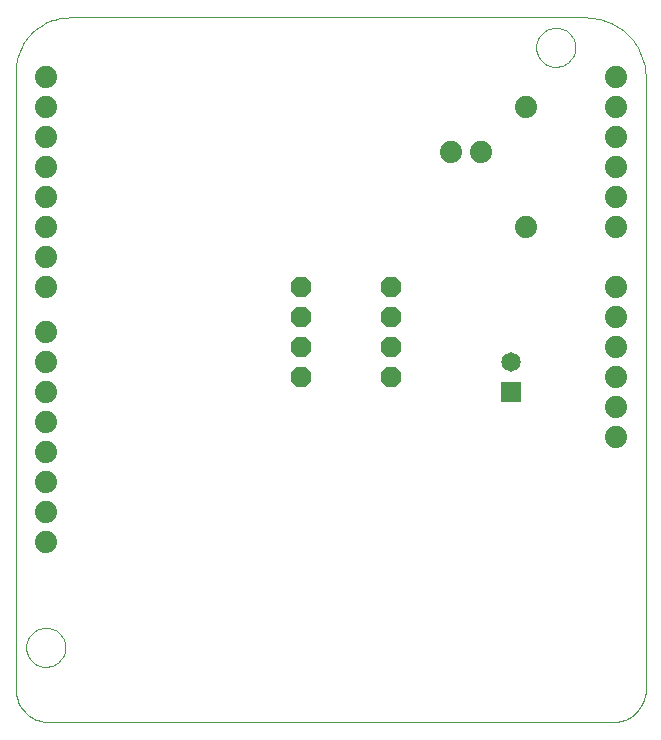
<source format=gtl>
G75*
G70*
%OFA0B0*%
%FSLAX24Y24*%
%IPPOS*%
%LPD*%
%AMOC8*
5,1,8,0,0,1.08239X$1,22.5*
%
%ADD10C,0.0000*%
%ADD11C,0.0740*%
%ADD12OC8,0.0680*%
%ADD13R,0.0650X0.0650*%
%ADD14C,0.0650*%
D10*
X001626Y006262D02*
X020390Y006262D01*
X020455Y006264D01*
X020520Y006270D01*
X020584Y006279D01*
X020648Y006292D01*
X020711Y006309D01*
X020772Y006329D01*
X020833Y006353D01*
X020892Y006381D01*
X020949Y006412D01*
X021004Y006446D01*
X021058Y006483D01*
X021109Y006524D01*
X021157Y006567D01*
X021203Y006613D01*
X021246Y006661D01*
X021287Y006712D01*
X021324Y006766D01*
X021358Y006821D01*
X021389Y006878D01*
X021417Y006937D01*
X021441Y006998D01*
X021461Y007059D01*
X021478Y007122D01*
X021491Y007186D01*
X021500Y007250D01*
X021506Y007315D01*
X021508Y007380D01*
X021508Y027762D01*
X021507Y027762D02*
X021505Y027857D01*
X021498Y027952D01*
X021487Y028046D01*
X021471Y028140D01*
X021451Y028233D01*
X021426Y028324D01*
X021397Y028415D01*
X021364Y028504D01*
X021327Y028591D01*
X021285Y028677D01*
X021240Y028760D01*
X021190Y028841D01*
X021137Y028920D01*
X021080Y028996D01*
X021019Y029069D01*
X020956Y029139D01*
X020888Y029207D01*
X020818Y029270D01*
X020745Y029331D01*
X020669Y029388D01*
X020590Y029441D01*
X020509Y029491D01*
X020426Y029536D01*
X020340Y029578D01*
X020253Y029615D01*
X020164Y029648D01*
X020073Y029677D01*
X019982Y029702D01*
X019889Y029722D01*
X019795Y029738D01*
X019701Y029749D01*
X019606Y029756D01*
X019511Y029758D01*
X002307Y029758D01*
X002221Y029756D01*
X002136Y029750D01*
X002051Y029740D01*
X001967Y029725D01*
X001883Y029707D01*
X001800Y029685D01*
X001719Y029659D01*
X001638Y029629D01*
X001560Y029595D01*
X001483Y029558D01*
X001407Y029517D01*
X001334Y029472D01*
X001263Y029424D01*
X001195Y029373D01*
X001129Y029319D01*
X001066Y029261D01*
X001005Y029200D01*
X000947Y029137D01*
X000893Y029071D01*
X000842Y029003D01*
X000794Y028932D01*
X000749Y028859D01*
X000708Y028783D01*
X000671Y028706D01*
X000637Y028628D01*
X000607Y028547D01*
X000581Y028466D01*
X000559Y028383D01*
X000541Y028299D01*
X000526Y028215D01*
X000516Y028130D01*
X000510Y028045D01*
X000508Y027959D01*
X000508Y007380D01*
X000510Y007315D01*
X000516Y007250D01*
X000525Y007186D01*
X000538Y007122D01*
X000555Y007059D01*
X000575Y006998D01*
X000599Y006937D01*
X000627Y006878D01*
X000658Y006821D01*
X000692Y006766D01*
X000729Y006712D01*
X000770Y006661D01*
X000813Y006613D01*
X000859Y006567D01*
X000907Y006524D01*
X000958Y006483D01*
X001012Y006446D01*
X001067Y006412D01*
X001124Y006381D01*
X001183Y006353D01*
X001244Y006329D01*
X001305Y006309D01*
X001368Y006292D01*
X001432Y006279D01*
X001496Y006270D01*
X001561Y006264D01*
X001626Y006262D01*
X000858Y008762D02*
X000860Y008812D01*
X000866Y008862D01*
X000876Y008912D01*
X000889Y008960D01*
X000906Y009008D01*
X000927Y009054D01*
X000951Y009098D01*
X000979Y009140D01*
X001010Y009180D01*
X001044Y009217D01*
X001081Y009252D01*
X001120Y009283D01*
X001161Y009312D01*
X001205Y009337D01*
X001251Y009359D01*
X001298Y009377D01*
X001346Y009391D01*
X001395Y009402D01*
X001445Y009409D01*
X001495Y009412D01*
X001546Y009411D01*
X001596Y009406D01*
X001646Y009397D01*
X001694Y009385D01*
X001742Y009368D01*
X001788Y009348D01*
X001833Y009325D01*
X001876Y009298D01*
X001916Y009268D01*
X001954Y009235D01*
X001989Y009199D01*
X002022Y009160D01*
X002051Y009119D01*
X002077Y009076D01*
X002100Y009031D01*
X002119Y008984D01*
X002134Y008936D01*
X002146Y008887D01*
X002154Y008837D01*
X002158Y008787D01*
X002158Y008737D01*
X002154Y008687D01*
X002146Y008637D01*
X002134Y008588D01*
X002119Y008540D01*
X002100Y008493D01*
X002077Y008448D01*
X002051Y008405D01*
X002022Y008364D01*
X001989Y008325D01*
X001954Y008289D01*
X001916Y008256D01*
X001876Y008226D01*
X001833Y008199D01*
X001788Y008176D01*
X001742Y008156D01*
X001694Y008139D01*
X001646Y008127D01*
X001596Y008118D01*
X001546Y008113D01*
X001495Y008112D01*
X001445Y008115D01*
X001395Y008122D01*
X001346Y008133D01*
X001298Y008147D01*
X001251Y008165D01*
X001205Y008187D01*
X001161Y008212D01*
X001120Y008241D01*
X001081Y008272D01*
X001044Y008307D01*
X001010Y008344D01*
X000979Y008384D01*
X000951Y008426D01*
X000927Y008470D01*
X000906Y008516D01*
X000889Y008564D01*
X000876Y008612D01*
X000866Y008662D01*
X000860Y008712D01*
X000858Y008762D01*
X017858Y028762D02*
X017860Y028812D01*
X017866Y028862D01*
X017876Y028912D01*
X017889Y028960D01*
X017906Y029008D01*
X017927Y029054D01*
X017951Y029098D01*
X017979Y029140D01*
X018010Y029180D01*
X018044Y029217D01*
X018081Y029252D01*
X018120Y029283D01*
X018161Y029312D01*
X018205Y029337D01*
X018251Y029359D01*
X018298Y029377D01*
X018346Y029391D01*
X018395Y029402D01*
X018445Y029409D01*
X018495Y029412D01*
X018546Y029411D01*
X018596Y029406D01*
X018646Y029397D01*
X018694Y029385D01*
X018742Y029368D01*
X018788Y029348D01*
X018833Y029325D01*
X018876Y029298D01*
X018916Y029268D01*
X018954Y029235D01*
X018989Y029199D01*
X019022Y029160D01*
X019051Y029119D01*
X019077Y029076D01*
X019100Y029031D01*
X019119Y028984D01*
X019134Y028936D01*
X019146Y028887D01*
X019154Y028837D01*
X019158Y028787D01*
X019158Y028737D01*
X019154Y028687D01*
X019146Y028637D01*
X019134Y028588D01*
X019119Y028540D01*
X019100Y028493D01*
X019077Y028448D01*
X019051Y028405D01*
X019022Y028364D01*
X018989Y028325D01*
X018954Y028289D01*
X018916Y028256D01*
X018876Y028226D01*
X018833Y028199D01*
X018788Y028176D01*
X018742Y028156D01*
X018694Y028139D01*
X018646Y028127D01*
X018596Y028118D01*
X018546Y028113D01*
X018495Y028112D01*
X018445Y028115D01*
X018395Y028122D01*
X018346Y028133D01*
X018298Y028147D01*
X018251Y028165D01*
X018205Y028187D01*
X018161Y028212D01*
X018120Y028241D01*
X018081Y028272D01*
X018044Y028307D01*
X018010Y028344D01*
X017979Y028384D01*
X017951Y028426D01*
X017927Y028470D01*
X017906Y028516D01*
X017889Y028564D01*
X017876Y028612D01*
X017866Y028662D01*
X017860Y028712D01*
X017858Y028762D01*
D11*
X017508Y026762D03*
X016008Y025262D03*
X015008Y025262D03*
X017508Y022762D03*
X020508Y022762D03*
X020508Y023762D03*
X020508Y024762D03*
X020508Y025762D03*
X020508Y026762D03*
X020508Y027762D03*
X020508Y020762D03*
X020508Y019762D03*
X020508Y018762D03*
X020508Y017762D03*
X020508Y016762D03*
X020508Y015762D03*
X001508Y015262D03*
X001508Y016262D03*
X001508Y017262D03*
X001508Y018262D03*
X001508Y019262D03*
X001508Y020762D03*
X001508Y021762D03*
X001508Y022762D03*
X001508Y023762D03*
X001508Y024762D03*
X001508Y025762D03*
X001508Y026762D03*
X001508Y027762D03*
X001508Y014262D03*
X001508Y013262D03*
X001508Y012262D03*
D12*
X010008Y017762D03*
X010008Y018762D03*
X010008Y019762D03*
X010008Y020762D03*
X013008Y020762D03*
X013008Y019762D03*
X013008Y018762D03*
X013008Y017762D03*
D13*
X017008Y017262D03*
D14*
X017008Y018262D03*
M02*

</source>
